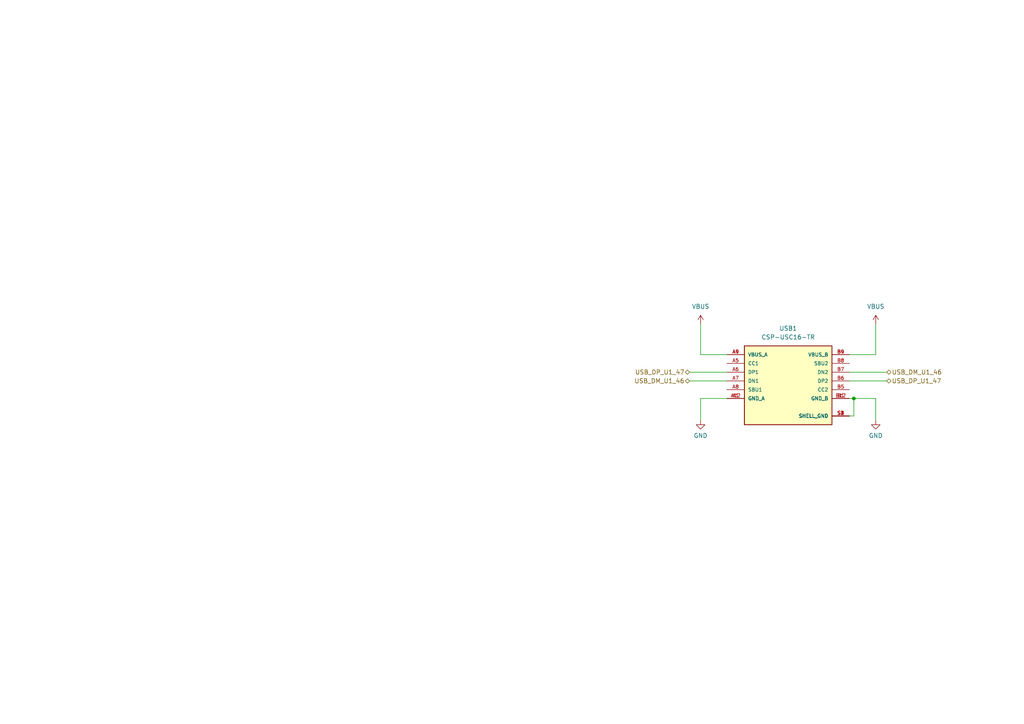
<source format=kicad_sch>
(kicad_sch (version 20211123) (generator eeschema)
  (paper "A4")
  (lib_symbols
    (symbol "CSP-USC16-TR:CSP-USC16-TR" (pin_names (offset 1.016))
      (property "Reference" "J" (at -12.7 13.462 0))
      (property "Value" "CSP-USC16-TR" (at -12.7 -10.922 0))
      (symbol "CSP-USC16-TR_0_0"
        (rectangle (start -12.7 -10.16) (end 12.7 12.7) (stroke (width 0.254)) (fill (type background)))
        (pin power_in line (at -17.78 -2.54 0) (length 5.08) (name "GND_A") (number "A1"))
        (pin power_in line (at -17.78 -2.54 0) (length 5.08) (name "GND_A") (number "A12"))
        (pin power_in line (at -17.78 10.16 0) (length 5.08) (name "VBUS_A") (number "A4"))
        (pin bidirectional line (at -17.78 7.62 0) (length 5.08) (name "CC1") (number "A5"))
        (pin bidirectional line (at -17.78 5.08 0) (length 5.08) (name "DP1") (number "A6"))
        (pin bidirectional line (at -17.78 2.54 0) (length 5.08) (name "DN1") (number "A7"))
        (pin bidirectional line (at -17.78 0 0) (length 5.08) (name "SBU1") (number "A8"))
        (pin power_in line (at -17.78 10.16 0) (length 5.08) (name "VBUS_A") (number "A9"))
        (pin power_in line (at 17.78 -2.54 180) (length 5.08) (name "GND_B") (number "B1"))
        (pin power_in line (at 17.78 -2.54 180) (length 5.08) (name "GND_B") (number "B12"))
        (pin power_in line (at 17.78 10.16 180) (length 5.08) (name "VBUS_B") (number "B4"))
        (pin bidirectional line (at 17.78 0 180) (length 5.08) (name "CC2") (number "B5"))
        (pin bidirectional line (at 17.78 2.54 180) (length 5.08) (name "DP2") (number "B6"))
        (pin bidirectional line (at 17.78 5.08 180) (length 5.08) (name "DN2") (number "B7"))
        (pin bidirectional line (at 17.78 7.62 180) (length 5.08) (name "SBU2") (number "B8"))
        (pin power_in line (at 17.78 10.16 180) (length 5.08) (name "VBUS_B") (number "B9"))
        (pin power_in line (at 17.78 -7.62 180) (length 5.08) (name "SHELL_GND") (number "S1"))
        (pin power_in line (at 17.78 -7.62 180) (length 5.08) (name "SHELL_GND") (number "S2"))
        (pin power_in line (at 17.78 -7.62 180) (length 5.08) (name "SHELL_GND") (number "S3"))
        (pin power_in line (at 17.78 -7.62 180) (length 5.08) (name "SHELL_GND") (number "S4"))
      )
    )
    (symbol "power:GND" (power) (pin_names (offset 0))
      (property "Value" "GND" (at 0 -3.81 0))
      (symbol "GND_0_1"
        (polyline (pts (xy 0 0) (xy 0 -1.27) (xy 1.27 -1.27) (xy 0 -2.54) (xy -1.27 -1.27) (xy 0 -1.27)))
      )
      (symbol "GND_1_1"
        (pin power_in line (at 0 0 270) (length 0) hide (name "GND") (number "1"))
      )
    )
    (symbol "power:VBUS" (power) (pin_names (offset 0))
      (property "Value" "VBUS" (at 0 3.81 0))
      (symbol "VBUS_0_1"
        (polyline (pts (xy -0.762 1.27) (xy 0 2.54)))
        (polyline (pts (xy 0 0) (xy 0 2.54)))
        (polyline (pts (xy 0 2.54) (xy 0.762 1.27)))
      )
      (symbol "VBUS_1_1"
        (pin power_in line (at 0 0 90) (length 0) hide (name "VBUS") (number "1"))
      )
    )
  )
  (junction (at 247.65 115.57))
  (wire (pts (xy 210.82 102.87) (xy 203.2 102.87)))
  (wire (pts (xy 246.38 110.49) (xy 257.175 110.49)))
  (wire (pts (xy 254 102.87) (xy 254 93.98)))
  (wire (pts (xy 210.82 107.95) (xy 200.025 107.95)))
  (wire (pts (xy 210.82 110.49) (xy 200.025 110.49)))
  (wire (pts (xy 246.38 107.95) (xy 257.175 107.95)))
  (wire (pts (xy 246.38 120.65) (xy 247.65 120.65)))
  (wire (pts (xy 254 115.57) (xy 254 121.92)))
  (wire (pts (xy 210.82 115.57) (xy 203.2 115.57)))
  (wire (pts (xy 246.38 102.87) (xy 254 102.87)))
  (wire (pts (xy 247.65 115.57) (xy 254 115.57)))
  (wire (pts (xy 247.65 115.57) (xy 247.65 120.65)))
  (wire (pts (xy 203.2 115.57) (xy 203.2 121.92)))
  (wire (pts (xy 203.2 102.87) (xy 203.2 93.98)))
  (wire (pts (xy 246.38 115.57) (xy 247.65 115.57)))
  (hierarchical_label "USB_DP_U1_47" (shape bidirectional) (at 257.175 110.49 0))
  (hierarchical_label "USB_DM_U1_46" (shape bidirectional) (at 200.025 110.49 180))
  (hierarchical_label "USB_DP_U1_47" (shape bidirectional) (at 200.025 107.95 180))
  (hierarchical_label "USB_DM_U1_46" (shape bidirectional) (at 257.175 107.95 0))
  (symbol (lib_id "power:GND") (at 203.2 121.92 0) (unit 1)
    (property "Reference" "#PWR013" (effects hide))
    (property "Value" "GND" (at 203.2 126.365 0))
  )
  (symbol (lib_id "power:VBUS") (at 203.2 93.98 0) (unit 1)
    (property "Reference" "#PWR012" (effects hide))
    (property "Value" "VBUS" (at 203.2 88.9 0))
  )
  (symbol (lib_id "power:GND") (at 254 121.92 0) (mirror y) (unit 1)
    (property "Reference" "#PWR015" (effects hide))
    (property "Value" "GND" (at 254 126.365 0))
  )
  (symbol (lib_id "power:VBUS") (at 254 93.98 0) (mirror y) (unit 1)
    (property "Reference" "#PWR014" (effects hide))
    (property "Value" "VBUS" (at 254 88.9 0))
  )
  (symbol (lib_id "CSP-USC16-TR:CSP-USC16-TR") (at 228.6 113.03 0) (unit 1)
    (property "Reference" "USB1" (at 228.6 95.25 0))
    (property "Value" "CSP-USC16-TR" (at 228.6 97.79 0))
    (property "Footprint" "Footprints:VALCON_CSP-USC16-TR" (effects hide))
    (property "STANDARD" "Manufacturer recommendations" (effects hide))
    (property "MAXIMUM_PACKAGE_HEIGHT" "3.26mm" (effects hide))
    (property "MANUFACTURER" "VALCON" (effects hide))
    (property "PARTREV" "A0" (effects hide))
  )
)
</source>
